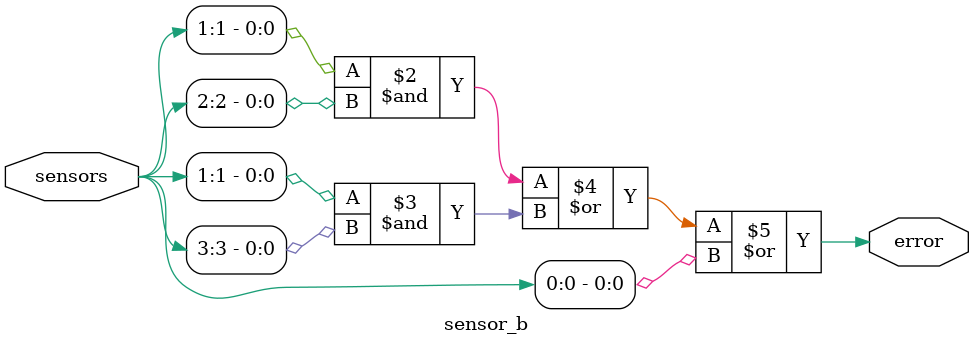
<source format=sv>
module sensor_b
(
	input wire[3:0] sensors,
	output reg error
);

always_comb
begin
	error = ((sensors[1]&sensors[2])|(sensors[1]&sensors[3])|(sensors[0]));
end
endmodule

</source>
